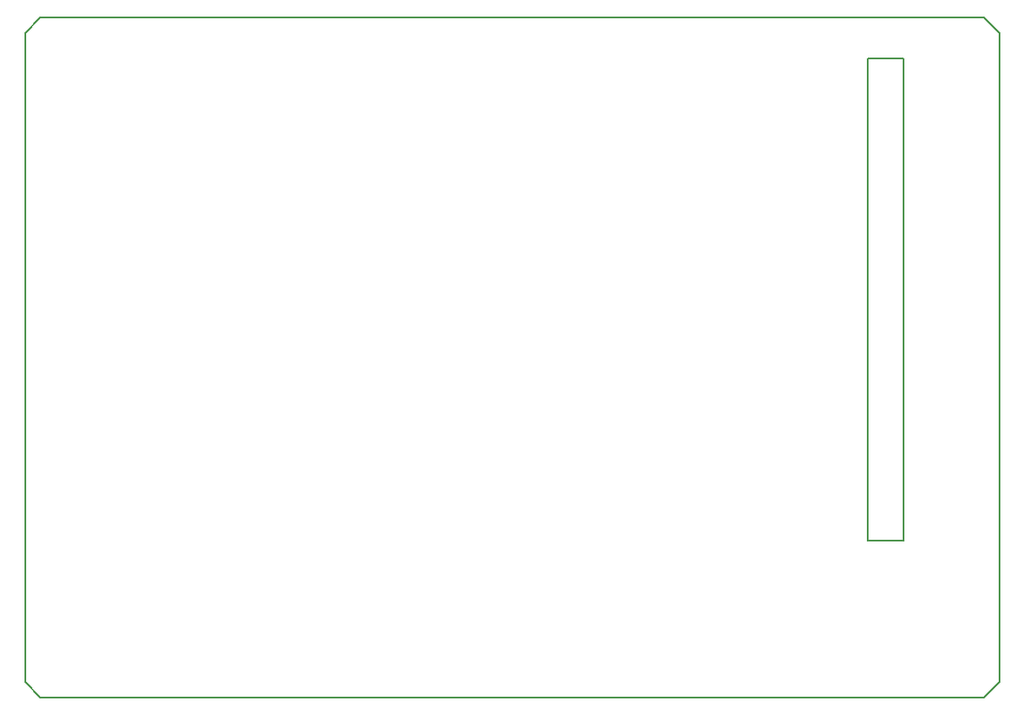
<source format=gbr>
G04 DesignSpark PCB PRO Gerber Version 10.0 Build 5299*
G04 #@! TF.Part,Single*
%FSLAX35Y35*%
%MOIN*%
%ADD106C,0.00500*%
G04 #@! TD.AperFunction*
X0Y0D02*
D02*
D106*
X9948Y394D02*
X4043Y6300D01*
Y254331D01*
X9948Y260237D01*
X370185D01*
X376090Y254331D01*
Y6300D01*
X370185Y394D01*
X9948D01*
X325696Y244488D02*
Y60236D01*
X339476D01*
Y244488D01*
X325696Y244488D01*
X0Y0D02*
M02*

</source>
